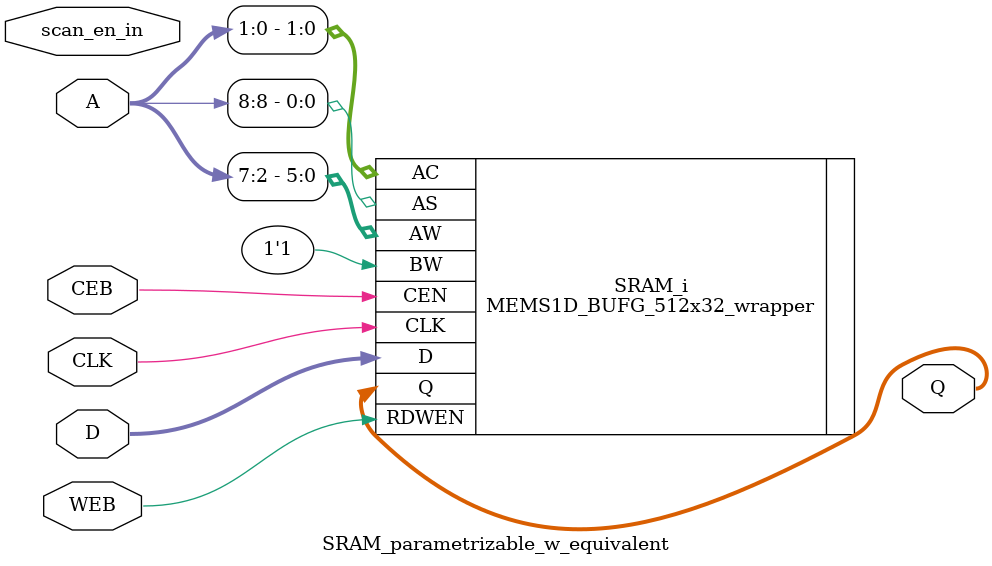
<source format=v>
module SRAM_parametrizable_w_equivalent (
	CLK,
	CEB,
	WEB,
	scan_en_in,
	A,
	D,
	Q
);
	parameter integer numWord = 2048;
	parameter integer numBit = 32;
	parameter numWordAddr = $clog2(numWord);
	input CLK;
	input CEB;
	input WEB;
	input scan_en_in;
	input [numWordAddr - 1:0] A;
	input [numBit - 1:0] D;
	output reg [numBit - 1:0] Q;
	wire CLK_gated;
	MEMS1D_BUFG_512x32_wrapper SRAM_i(
		.CLK(CLK),
		.D(D),
		.AS(A[8]),
		.AW(A[7:2]),
		.AC(A[1:0]),
		.CEN(CEB),
		.RDWEN(WEB),
		.BW(1'sb1),
		.Q(Q)
	);
endmodule

</source>
